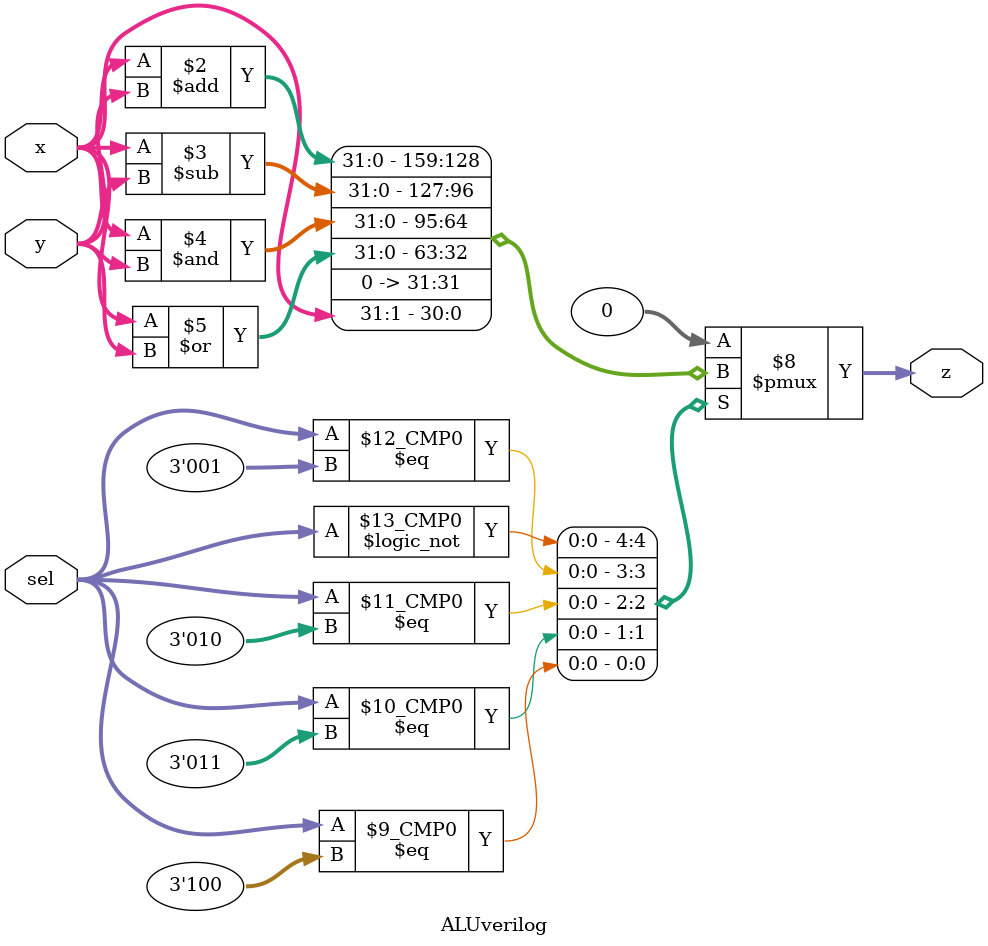
<source format=v>
`timescale 1ns / 1ps
module ALUverilog(
    input [31:0] x,
    input [31:0] y,
    input [2:0] sel,
    output reg [31:0] z
    );

always @(*) begin
	case (sel)
		3'd0: z= x+y;
		3'd1: z= x-y;
		3'd2: z= x&y;
		3'd3: z= x|y;
		3'd4: z= x>>1;
		default: z= 32'd0;
	endcase
end

endmodule

</source>
